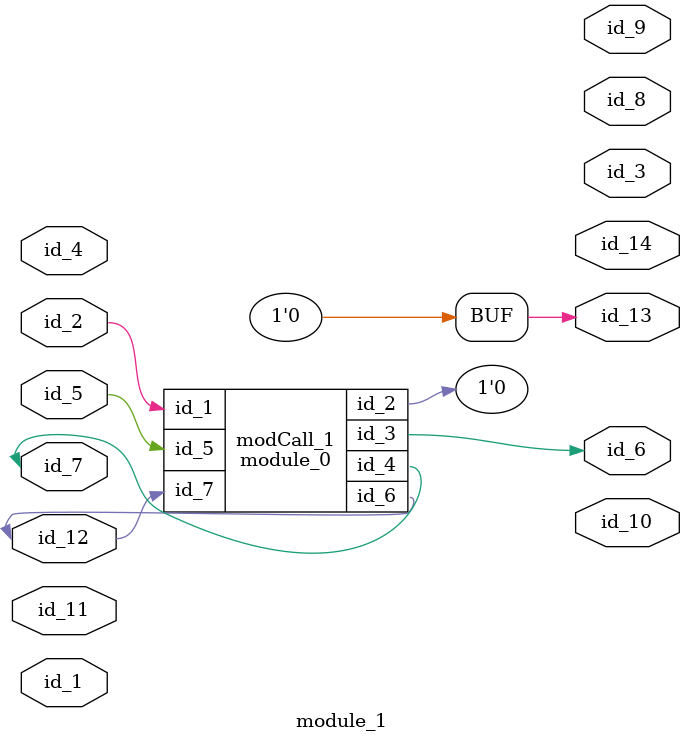
<source format=v>
module module_0 (
    id_1,
    id_2,
    id_3,
    id_4,
    id_5,
    id_6,
    id_7
);
  input wire id_7;
  inout wire id_6;
  input wire id_5;
  inout wire id_4;
  output wire id_3;
  output wire id_2;
  input wire id_1;
  assign id_6 = id_6;
endmodule
module module_1 (
    id_1,
    id_2,
    id_3,
    id_4,
    id_5,
    id_6,
    id_7,
    id_8,
    id_9,
    id_10,
    id_11,
    id_12,
    id_13,
    id_14
);
  output wire id_14;
  output tri id_13;
  inout wire id_12;
  input wire id_11;
  output wire id_10;
  output wire id_9;
  output wire id_8;
  inout wire id_7;
  output wire id_6;
  input wire id_5;
  input wire id_4;
  output wire id_3;
  input wire id_2;
  module_0 modCall_1 (
      id_2,
      id_13,
      id_6,
      id_7,
      id_5,
      id_12,
      id_12
  );
  inout wire id_1;
  assign id_13 = -1'b0;
endmodule

</source>
